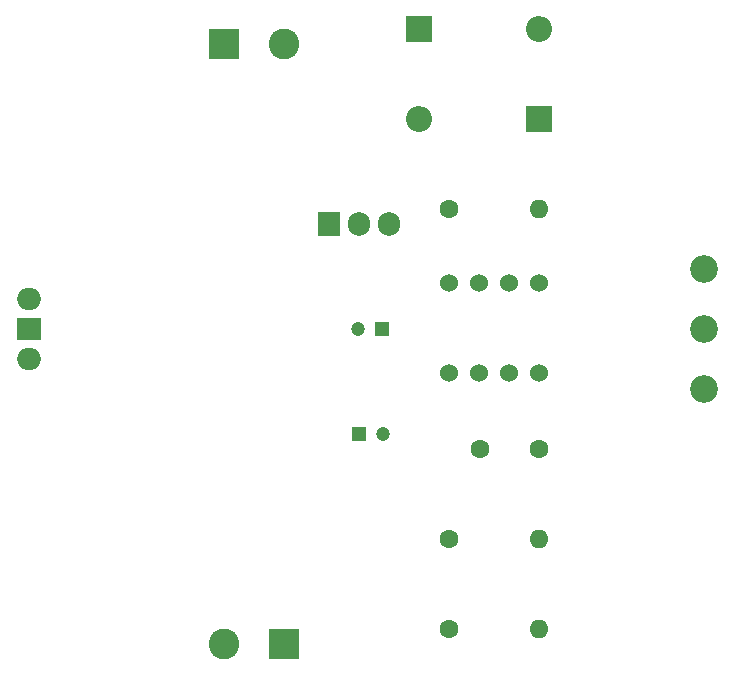
<source format=gts>
%TF.GenerationSoftware,KiCad,Pcbnew,5.1.9-73d0e3b20d~88~ubuntu20.04.1*%
%TF.CreationDate,2021-03-01T20:45:33+00:00*%
%TF.ProjectId,variable_duty_cycle_module,66697273-745f-4636-9972-637569742e6b,rev?*%
%TF.SameCoordinates,Original*%
%TF.FileFunction,Soldermask,Top*%
%TF.FilePolarity,Negative*%
%FSLAX46Y46*%
G04 Gerber Fmt 4.6, Leading zero omitted, Abs format (unit mm)*
G04 Created by KiCad (PCBNEW 5.1.9-73d0e3b20d~88~ubuntu20.04.1) date 2021-03-01 20:45:33*
%MOMM*%
%LPD*%
G01*
G04 APERTURE LIST*
%ADD10C,2.600000*%
%ADD11R,2.600000X2.600000*%
%ADD12C,2.340000*%
%ADD13O,2.000000X1.905000*%
%ADD14R,2.000000X1.905000*%
%ADD15C,1.524000*%
%ADD16R,1.200000X1.200000*%
%ADD17C,1.200000*%
%ADD18C,1.600000*%
%ADD19O,2.200000X2.200000*%
%ADD20R,2.200000X2.200000*%
%ADD21O,1.600000X1.600000*%
%ADD22R,1.905000X2.000000*%
%ADD23O,1.905000X2.000000*%
G04 APERTURE END LIST*
D10*
%TO.C,J1*%
X134620000Y-115570000D03*
D11*
X139700000Y-115570000D03*
%TD*%
D12*
%TO.C,VR1*%
X175260000Y-93980000D03*
X175260000Y-88980000D03*
X175260000Y-83820000D03*
%TD*%
D13*
%TO.C,Q1*%
X118110000Y-86360000D03*
X118110000Y-91440000D03*
D14*
X118110000Y-88900000D03*
%TD*%
D15*
%TO.C,U1*%
X153670000Y-85022000D03*
X156210000Y-85022000D03*
X158750000Y-85022000D03*
X161290000Y-85022000D03*
X161290000Y-92642000D03*
X158750000Y-92642000D03*
X156210000Y-92642000D03*
X153670000Y-92642000D03*
%TD*%
D10*
%TO.C,J2*%
X139700000Y-64770000D03*
D11*
X134620000Y-64770000D03*
%TD*%
D16*
%TO.C,C1*%
X146050000Y-97790000D03*
D17*
X148050000Y-97790000D03*
%TD*%
%TO.C,C3*%
X145955000Y-88900000D03*
D16*
X147955000Y-88900000D03*
%TD*%
D18*
%TO.C,C4*%
X161290000Y-99060000D03*
X156290000Y-99060000D03*
%TD*%
D19*
%TO.C,D1*%
X161290000Y-63500000D03*
D20*
X151130000Y-63500000D03*
%TD*%
D19*
%TO.C,D2*%
X151130000Y-71120000D03*
D20*
X161290000Y-71120000D03*
%TD*%
D18*
%TO.C,R1*%
X153670000Y-78740000D03*
D21*
X161290000Y-78740000D03*
%TD*%
D18*
%TO.C,R2*%
X153670000Y-114300000D03*
D21*
X161290000Y-114300000D03*
%TD*%
%TO.C,R3*%
X161290000Y-106680000D03*
D18*
X153670000Y-106680000D03*
%TD*%
D22*
%TO.C,U2*%
X143510000Y-80010000D03*
D23*
X146050000Y-80010000D03*
X148590000Y-80010000D03*
%TD*%
M02*

</source>
